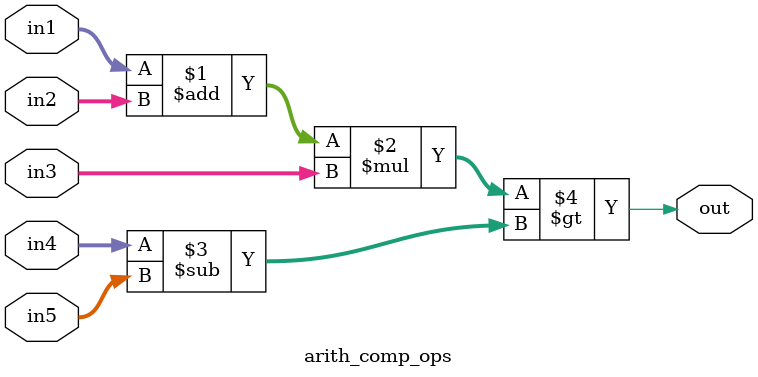
<source format=sv>
module arith_comp_ops (
    input logic [15:0] in2,
    input logic [15:0] in3,
    input logic [15:0] in4,
    input logic [15:0] in5,
    output logic out,
    input logic [15:0] in1
);
    assign out = (in1 + in2) * in3 > in4 - in5;
endmodule


</source>
